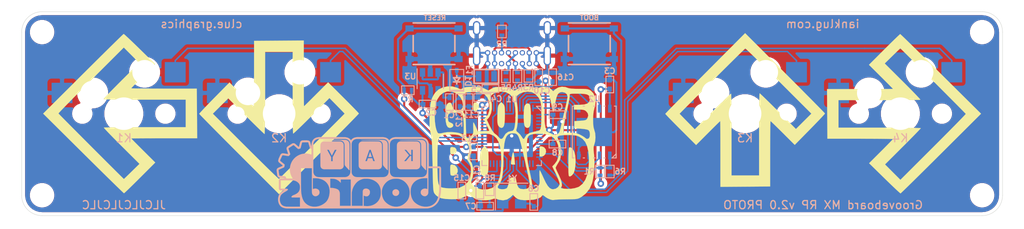
<source format=kicad_pcb>
(kicad_pcb (version 20171130) (host pcbnew "(5.1.5)-3")
  (layers (0 F.Cu signal) (31 B.Cu signal) (34 B.Paste user) (35 F.Paste user) (36 B.SilkS user) (37 F.SilkS user hide) (38 B.Mask user) (39 F.Mask user) (44 Edge.Cuts user))
  (net 0 "")
  (net 1 GND)
  (net 2 "Net-(F1-Pad2)")
  (net 3 "Net-(J1-PadA5)")
  (net 4 "Net-(J1-PadB5)")
  (net 5 D-)
  (net 6 D+)
  (net 7 VREG_VIN)
  (net 8 VREG_VOUT)
  (net 9 XIN)
  (net 10 QSPI_SS)
  (net 11 "Net-(R4-Pad2)")
  (net 12 "Net-(R5-Pad2)")
  (net 13 "Net-(R6-Pad1)")
  (net 14 "Net-(R7-Pad1)")
  (net 15 XOUT)
  (net 16 QSPI_1)
  (net 17 QSPI_2)
  (net 18 QSPI_0)
  (net 19 QSPI_SCLK)
  (net 20 QSPI_3)
  (net 21 "Net-(C7-Pad1)")
  (net 22 "Net-(D1-Pad2)")
  (net 23 +5V)
  (net 24 K1)
  (net 25 K2)
  (net 26 K3)
  (net 27 K4)
  (module keyswitches:Kailh_socket_MX (layer F.Cu) (at 127.5 32.5)
    (fp_text reference K4 (at 0 3) (layer B.SilkS) (effects (justify mirror)))
    (fp_text value MX-NoLED)
    (pad 2 smd rect (at -7.56 -2.54) (size 2.55 2.5) (layers B.Cu B.Paste B.Mask) (net 1 GND))
    (pad "" np_thru_hole circle (at -5.08 0) (size 1.7018 1.7018) (drill 1.7018) (layers *.Cu *.Mask))
    (pad "" np_thru_hole circle (at 5.08 0) (size 1.7018 1.7018) (drill 1.7018) (layers *.Cu *.Mask))
    (pad "" np_thru_hole circle (at 0 0) (size 3.9878 3.9878) (drill 3.9878) (layers *.Cu *.Mask))
    (pad "" np_thru_hole circle (at -3.81 -2.54) (size 3 3) (drill 3) (layers *.Cu *.Mask))
    (pad "" np_thru_hole circle (at 2.54 -5.08) (size 3 3) (drill 3) (layers *.Cu *.Mask))
    (pad 1 smd rect (at 6.29 -5.08) (size 2.55 2.5) (layers B.Cu B.Paste B.Mask) (net 27 K4))
  )
  (module keyswitches:Kailh_socket_MX (layer F.Cu) (at 108.5 32.5)
    (fp_text reference K3 (at 0 3) (layer B.SilkS) (effects (justify mirror)))
    (fp_text value MX-NoLED)
    (pad 2 smd rect (at -7.56 -2.54) (size 2.55 2.5) (layers B.Cu B.Paste B.Mask) (net 1 GND))
    (pad "" np_thru_hole circle (at -5.08 0) (size 1.7018 1.7018) (drill 1.7018) (layers *.Cu *.Mask))
    (pad "" np_thru_hole circle (at 5.08 0) (size 1.7018 1.7018) (drill 1.7018) (layers *.Cu *.Mask))
    (pad "" np_thru_hole circle (at 0 0) (size 3.9878 3.9878) (drill 3.9878) (layers *.Cu *.Mask))
    (pad "" np_thru_hole circle (at -3.81 -2.54) (size 3 3) (drill 3) (layers *.Cu *.Mask))
    (pad "" np_thru_hole circle (at 2.54 -5.08) (size 3 3) (drill 3) (layers *.Cu *.Mask))
    (pad 1 smd rect (at 6.29 -5.08) (size 2.55 2.5) (layers B.Cu B.Paste B.Mask) (net 26 K3))
  )
  (module keyswitches:Kailh_socket_MX (layer F.Cu) (at 51.5 32.5)
    (fp_text reference K2 (at 0 3) (layer B.SilkS) (effects (justify mirror)))
    (fp_text value MX-NoLED)
    (pad 2 smd rect (at -7.56 -2.54) (size 2.55 2.5) (layers B.Cu B.Paste B.Mask) (net 1 GND))
    (pad "" np_thru_hole circle (at -5.08 0) (size 1.7018 1.7018) (drill 1.7018) (layers *.Cu *.Mask))
    (pad "" np_thru_hole circle (at 5.08 0) (size 1.7018 1.7018) (drill 1.7018) (layers *.Cu *.Mask))
    (pad "" np_thru_hole circle (at 0 0) (size 3.9878 3.9878) (drill 3.9878) (layers *.Cu *.Mask))
    (pad "" np_thru_hole circle (at -3.81 -2.54) (size 3 3) (drill 3) (layers *.Cu *.Mask))
    (pad "" np_thru_hole circle (at 2.54 -5.08) (size 3 3) (drill 3) (layers *.Cu *.Mask))
    (pad 1 smd rect (at 6.29 -5.08) (size 2.55 2.5) (layers B.Cu B.Paste B.Mask) (net 25 K2))
  )
  (module keyswitches:Kailh_socket_MX (layer F.Cu) (at 32.5 32.5)
    (fp_text reference K1 (at 0 3 180) (layer B.SilkS) (effects (justify mirror)))
    (fp_text value MX-NoLED)
    (pad 2 smd rect (at -7.56 -2.54) (size 2.55 2.5) (layers B.Cu B.Paste B.Mask) (net 1 GND))
    (pad "" np_thru_hole circle (at -5.08 0) (size 1.7018 1.7018) (drill 1.7018) (layers *.Cu *.Mask))
    (pad "" np_thru_hole circle (at 5.08 0) (size 1.7018 1.7018) (drill 1.7018) (layers *.Cu *.Mask))
    (pad "" np_thru_hole circle (at 0 0) (size 3.9878 3.9878) (drill 3.9878) (layers *.Cu *.Mask))
    (pad "" np_thru_hole circle (at -3.81 -2.54) (size 3 3) (drill 3) (layers *.Cu *.Mask))
    (pad "" np_thru_hole circle (at 2.54 -5.08) (size 3 3) (drill 3) (layers *.Cu *.Mask))
    (pad 1 smd rect (at 6.29 -5.08) (size 2.55 2.5) (layers B.Cu B.Paste B.Mask) (net 24 K1))
  )
  (module grooveboard:kayboards-logo (layer B.Cu) (at 61.25 39.75 180)
    (fp_text reference G*** hide)
    (fp_text value LOGO hide)
  )
  (module grooveboard:left-arrow (layer F.Cu) (at 108.55 32.1 270)
    (fp_text reference G*** hide)
    (fp_text value LOGO hide)
  )
  (module grooveboard:left-arrow (layer F.Cu) (at 51.45 32.9 90)
    (fp_text reference G*** hide)
    (fp_text value LOGO hide)
  )
  (module grooveboard:left-arrow (layer F.Cu) (at 127.9 32.55 180)
    (fp_text reference G*** hide)
    (fp_text value LOGO hide)
  )
  (module grooveboard:left-arrow (layer F.Cu) (at 32.1 32.45)
    (fp_text reference G*** hide)
    (fp_text value LOGO hide)
  )
  (module grooveboard:grooveboard-logo (layer F.Cu) (at 79.95 36.2)
    (fp_text reference G*** hide)
    (fp_text value LOGO hide)
  )
  (module Keebio-Parts:C_0402 (layer B.Cu) (at 75.3 37.125 270)
    (fp_text reference C13 (at -1.575 0.5) (layer B.SilkS) (effects (font (size 0.7 0.7)) (justify mirror)))
    (fp_text value 100nF)
    (pad 1 smd rect (at -0.55 0 270) (size 0.6 0.5) (layers B.Cu B.Paste B.Mask) (net 7 VREG_VIN))
    (pad 2 smd rect (at 0.55 0 270) (size 0.6 0.5) (layers B.Cu B.Paste B.Mask) (net 1 GND))
  )
  (module Keebio-Parts:C_0402 (layer B.Cu) (at 76.35 30.525 180)
    (fp_text reference C4 (at -1.75 -0.15) (layer B.SilkS) (effects (font (size 0.7 0.7)) (justify mirror)))
    (fp_text value 1uF)
    (pad 1 smd rect (at -0.55 0 180) (size 0.6 0.5) (layers B.Cu B.Paste B.Mask) (net 7 VREG_VIN))
    (pad 2 smd rect (at 0.55 0 180) (size 0.6 0.5) (layers B.Cu B.Paste B.Mask) (net 1 GND))
  )
  (module rp2040:RP2040 (layer B.Cu) (at 79.95 35.225 180)
    (fp_text reference U1 (at -0.009 4.5) (layer B.SilkS) (effects (font (size 0.7 0.7)) (justify mirror)))
    (fp_text value RP2040 hide)
    (pad 1 smd rect (at -3.4036 2.6 90) (size 0.1778 0.8128) (layers B.Cu B.Paste B.Mask) (net 7 VREG_VIN))
    (pad 2 smd rect (at -3.4036 2.200001 90) (size 0.1778 0.8128) (layers B.Cu B.Paste B.Mask))
    (pad 3 smd rect (at -3.4036 1.799999 90) (size 0.1778 0.8128) (layers B.Cu B.Paste B.Mask))
    (pad 4 smd rect (at -3.4036 1.4 90) (size 0.1778 0.8128) (layers B.Cu B.Paste B.Mask))
    (pad 5 smd rect (at -3.4036 1.000001 90) (size 0.1778 0.8128) (layers B.Cu B.Paste B.Mask))
    (pad 6 smd rect (at -3.4036 0.599999 90) (size 0.1778 0.8128) (layers B.Cu B.Paste B.Mask))
    (pad 7 smd rect (at -3.4036 0.2 90) (size 0.1778 0.8128) (layers B.Cu B.Paste B.Mask))
    (pad 8 smd rect (at -3.4036 -0.2 90) (size 0.1778 0.8128) (layers B.Cu B.Paste B.Mask))
    (pad 9 smd rect (at -3.4036 -0.599999 90) (size 0.1778 0.8128) (layers B.Cu B.Paste B.Mask))
    (pad 10 smd rect (at -3.4036 -1.000001 90) (size 0.1778 0.8128) (layers B.Cu B.Paste B.Mask) (net 7 VREG_VIN))
    (pad 11 smd rect (at -3.4036 -1.4 90) (size 0.1778 0.8128) (layers B.Cu B.Paste B.Mask))
    (pad 12 smd rect (at -3.4036 -1.799999 90) (size 0.1778 0.8128) (layers B.Cu B.Paste B.Mask))
    (pad 13 smd rect (at -3.4036 -2.200001 90) (size 0.1778 0.8128) (layers B.Cu B.Paste B.Mask) (net 27 K4))
    (pad 14 smd rect (at -3.4036 -2.6 90) (size 0.1778 0.8128) (layers B.Cu B.Paste B.Mask) (net 26 K3))
    (pad 15 smd rect (at -2.6 -3.4036 180) (size 0.1778 0.8128) (layers B.Cu B.Paste B.Mask))
    (pad 16 smd rect (at -2.200001 -3.4036 180) (size 0.1778 0.8128) (layers B.Cu B.Paste B.Mask))
    (pad 17 smd rect (at -1.799999 -3.4036 180) (size 0.1778 0.8128) (layers B.Cu B.Paste B.Mask))
    (pad 18 smd rect (at -1.4 -3.4036 180) (size 0.1778 0.8128) (layers B.Cu B.Paste B.Mask))
    (pad 19 smd rect (at -1.000001 -3.4036 180) (size 0.1778 0.8128) (layers B.Cu B.Paste B.Mask) (net 1 GND))
    (pad 20 smd rect (at -0.599999 -3.4036 180) (size 0.1778 0.8128) (layers B.Cu B.Paste B.Mask) (net 9 XIN))
    (pad 21 smd rect (at -0.2 -3.4036 180) (size 0.1778 0.8128) (layers B.Cu B.Paste B.Mask) (net 15 XOUT))
    (pad 22 smd rect (at 0.2 -3.4036 180) (size 0.1778 0.8128) (layers B.Cu B.Paste B.Mask) (net 7 VREG_VIN))
    (pad 23 smd rect (at 0.599999 -3.4036 180) (size 0.1778 0.8128) (layers B.Cu B.Paste B.Mask) (net 8 VREG_VOUT))
    (pad 24 smd rect (at 1.000001 -3.4036 180) (size 0.1778 0.8128) (layers B.Cu B.Paste B.Mask))
    (pad 25 smd rect (at 1.4 -3.4036 180) (size 0.1778 0.8128) (layers B.Cu B.Paste B.Mask))
    (pad 26 smd rect (at 1.799999 -3.4036 180) (size 0.1778 0.8128) (layers B.Cu B.Paste B.Mask) (net 14 "Net-(R7-Pad1)"))
    (pad 27 smd rect (at 2.200001 -3.4036 180) (size 0.1778 0.8128) (layers B.Cu B.Paste B.Mask))
    (pad 28 smd rect (at 2.6 -3.4036 180) (size 0.1778 0.8128) (layers B.Cu B.Paste B.Mask))
    (pad 29 smd rect (at 3.4036 -2.6 90) (size 0.1778 0.8128) (layers B.Cu B.Paste B.Mask))
    (pad 30 smd rect (at 3.4036 -2.200001 90) (size 0.1778 0.8128) (layers B.Cu B.Paste B.Mask))
    (pad 31 smd rect (at 3.4036 -1.799999 90) (size 0.1778 0.8128) (layers B.Cu B.Paste B.Mask))
    (pad 32 smd rect (at 3.4036 -1.4 90) (size 0.1778 0.8128) (layers B.Cu B.Paste B.Mask))
    (pad 33 smd rect (at 3.4036 -1.000001 90) (size 0.1778 0.8128) (layers B.Cu B.Paste B.Mask) (net 7 VREG_VIN))
    (pad 34 smd rect (at 3.4036 -0.599999 90) (size 0.1778 0.8128) (layers B.Cu B.Paste B.Mask) (net 25 K2))
    (pad 35 smd rect (at 3.4036 -0.2 90) (size 0.1778 0.8128) (layers B.Cu B.Paste B.Mask) (net 24 K1))
    (pad 36 smd rect (at 3.4036 0.2 90) (size 0.1778 0.8128) (layers B.Cu B.Paste B.Mask))
    (pad 37 smd rect (at 3.4036 0.599999 90) (size 0.1778 0.8128) (layers B.Cu B.Paste B.Mask))
    (pad 38 smd rect (at 3.4036 1.000001 90) (size 0.1778 0.8128) (layers B.Cu B.Paste B.Mask))
    (pad 39 smd rect (at 3.4036 1.4 90) (size 0.1778 0.8128) (layers B.Cu B.Paste B.Mask))
    (pad 40 smd rect (at 3.4036 1.799999 90) (size 0.1778 0.8128) (layers B.Cu B.Paste B.Mask))
    (pad 41 smd rect (at 3.4036 2.200001 90) (size 0.1778 0.8128) (layers B.Cu B.Paste B.Mask))
    (pad 42 smd rect (at 3.4036 2.6 90) (size 0.1778 0.8128) (layers B.Cu B.Paste B.Mask) (net 7 VREG_VIN))
    (pad 43 smd rect (at 2.6 3.4036 180) (size 0.1778 0.8128) (layers B.Cu B.Paste B.Mask) (net 7 VREG_VIN))
    (pad 44 smd rect (at 2.200001 3.4036 180) (size 0.1778 0.8128) (layers B.Cu B.Paste B.Mask) (net 7 VREG_VIN))
    (pad 45 smd rect (at 1.799999 3.4036 180) (size 0.1778 0.8128) (layers B.Cu B.Paste B.Mask) (net 8 VREG_VOUT))
    (pad 46 smd rect (at 1.4 3.4036 180) (size 0.1778 0.8128) (layers B.Cu B.Paste B.Mask) (net 12 "Net-(R5-Pad2)"))
    (pad 47 smd rect (at 1.000001 3.4036 180) (size 0.1778 0.8128) (layers B.Cu B.Paste B.Mask) (net 11 "Net-(R4-Pad2)"))
    (pad 48 smd rect (at 0.599999 3.4036 180) (size 0.1778 0.8128) (layers B.Cu B.Paste B.Mask) (net 7 VREG_VIN))
    (pad 49 smd rect (at 0.2 3.4036 180) (size 0.1778 0.8128) (layers B.Cu B.Paste B.Mask) (net 7 VREG_VIN))
    (pad 50 smd rect (at -0.2 3.4036 180) (size 0.1778 0.8128) (layers B.Cu B.Paste B.Mask) (net 8 VREG_VOUT))
    (pad 51 smd rect (at -0.599999 3.4036 180) (size 0.1778 0.8128) (layers B.Cu B.Paste B.Mask) (net 20 QSPI_3))
    (pad 52 smd rect (at -1.000001 3.4036 180) (size 0.1778 0.8128) (layers B.Cu B.Paste B.Mask) (net 19 QSPI_SCLK))
    (pad 53 smd rect (at -1.4 3.4036 180) (size 0.1778 0.8128) (layers B.Cu B.Paste B.Mask) (net 18 QSPI_0))
    (pad 54 smd rect (at -1.799999 3.4036 180) (size 0.1778 0.8128) (layers B.Cu B.Paste B.Mask) (net 17 QSPI_2))
    (pad 55 smd rect (at -2.200001 3.4036 180) (size 0.1778 0.8128) (layers B.Cu B.Paste B.Mask) (net 16 QSPI_1))
    (pad 56 smd rect (at -2.6 3.4036 180) (size 0.1778 0.8128) (layers B.Cu B.Paste B.Mask) (net 10 QSPI_SS))
    (pad 57 smd rect (at 0 0 180) (size 3.2004 3.2004) (layers B.Cu B.Mask) (net 1 GND))
  )
  (module Keebio-Parts:R_0402 (layer B.Cu) (at 90.754 39.5955 90)
    (fp_text reference R1 (at 0.006 -1.304 180) (layer B.SilkS) (effects (font (size 0.7 0.7)) (justify mirror)))
    (fp_text value DNP)
    (pad 1 smd rect (at -0.45 0 90) (size 0.4 0.6) (layers B.Cu B.Paste B.Mask) (net 7 VREG_VIN))
    (pad 2 smd rect (at 0.45 0 90) (size 0.4 0.6) (layers B.Cu B.Paste B.Mask) (net 10 QSPI_SS))
  )
  (module Keebio-Parts:D_SOD-323 (layer B.Cu) (at 73.228 28.223 90)
    (fp_text reference D1 (at -0.252 1.372 -90 unlocked) (layer B.SilkS) (effects (font (size 0.7 0.7)) (justify mirror)))
    (fp_text value "20V 1A")
    (pad 1 smd rect (at -1.05 0 90) (size 0.6 0.45) (layers B.Cu B.Paste B.Mask) (net 23 +5V))
    (pad 2 smd rect (at 1.05 0 90) (size 0.6 0.45) (layers B.Cu B.Paste B.Mask) (net 22 "Net-(D1-Pad2)"))
  )
  (module Package_TO_SOT_SMD:SOT-23-5 (layer B.Cu) (at 69.9895 28.5405 270)
    (fp_text reference U3 (at -0.6155 2.4395) (layer B.SilkS) (effects (font (size 0.7 0.7)) (justify mirror)))
    (fp_text value AP2112K-3.3)
    (pad 5 smd rect (at 1.1 0.95 270) (size 1.06 0.65) (layers B.Cu B.Paste B.Mask) (net 7 VREG_VIN))
    (pad 4 smd rect (at 1.1 -0.95 270) (size 1.06 0.65) (layers B.Cu B.Paste B.Mask))
    (pad 3 smd rect (at -1.1 -0.95 270) (size 1.06 0.65) (layers B.Cu B.Paste B.Mask) (net 23 +5V))
    (pad 2 smd rect (at -1.1 0 270) (size 1.06 0.65) (layers B.Cu B.Paste B.Mask) (net 1 GND))
    (pad 1 smd rect (at -1.1 0.95 270) (size 1.06 0.65) (layers B.Cu B.Paste B.Mask) (net 23 +5V))
  )
  (module winbond:W25Q128JVPIQ (layer B.Cu) (at 90.05 34.75 90)
    (fp_text reference U2 (at 4.05 0) (layer B.SilkS) (effects (font (size 0.7 0.7)) (justify mirror)))
    (fp_text value W25Q128JV hide)
    (pad 9 smd rect (at 0 0 90) (size 3.4544 4.3434) (layers B.Cu B.Paste B.Mask))
    (pad 8 smd rect (at 2.8702 1.905 90) (size 0.9652 0.4318) (layers B.Cu B.Paste B.Mask) (net 7 VREG_VIN))
    (pad 7 smd rect (at 2.8702 0.635 90) (size 0.9652 0.4318) (layers B.Cu B.Paste B.Mask) (net 20 QSPI_3))
    (pad 6 smd rect (at 2.8702 -0.635 90) (size 0.9652 0.4318) (layers B.Cu B.Paste B.Mask) (net 19 QSPI_SCLK))
    (pad 5 smd rect (at 2.8702 -1.905 90) (size 0.9652 0.4318) (layers B.Cu B.Paste B.Mask) (net 18 QSPI_0))
    (pad 4 smd rect (at -2.8702 -1.905 90) (size 0.9652 0.4318) (layers B.Cu B.Paste B.Mask) (net 1 GND))
    (pad 3 smd rect (at -2.8702 -0.635 90) (size 0.9652 0.4318) (layers B.Cu B.Paste B.Mask) (net 17 QSPI_2))
    (pad 2 smd rect (at -2.8702 0.635 90) (size 0.9652 0.4318) (layers B.Cu B.Paste B.Mask) (net 16 QSPI_1))
    (pad 1 smd rect (at -2.8702 1.905 90) (size 0.9652 0.4318) (layers B.Cu B.Paste B.Mask) (net 10 QSPI_SS))
  )
  (module Keebio-Parts:C_0402 (layer B.Cu) (at 85.55 36.225)
    (fp_text reference C8 (at 0 1.05) (layer B.SilkS) (effects (font (size 0.7 0.7)) (justify mirror)))
    (fp_text value 100nF)
    (pad 1 smd rect (at -0.55 0) (size 0.6 0.5) (layers B.Cu B.Paste B.Mask) (net 7 VREG_VIN))
    (pad 2 smd rect (at 0.55 0) (size 0.6 0.5) (layers B.Cu B.Paste B.Mask) (net 1 GND))
  )
  (module Keebio-Parts:C_0402 (layer B.Cu) (at 91.95 28.925 90)
    (fp_text reference C3 (at 1.65 0) (layer B.SilkS) (effects (font (size 0.7 0.7)) (justify mirror)))
    (fp_text value 100nF)
    (pad 1 smd rect (at -0.55 0 90) (size 0.6 0.5) (layers B.Cu B.Paste B.Mask) (net 7 VREG_VIN))
    (pad 2 smd rect (at 0.55 0 90) (size 0.6 0.5) (layers B.Cu B.Paste B.Mask) (net 1 GND))
  )
  (module kicad-open-modules:TS-1187A-B-A-B (layer B.Cu) (at 89.45 23.925)
    (fp_text reference SW1 hide)
    (fp_text value BOOT)
    (pad 2 smd rect (at -3 -1.875) (size 1 0.75) (layers B.Cu B.Paste B.Mask) (net 13 "Net-(R6-Pad1)"))
    (pad 2 smd rect (at 3 -1.875) (size 1 0.75) (layers B.Cu B.Paste B.Mask) (net 13 "Net-(R6-Pad1)"))
    (pad 1 smd rect (at 3 1.875) (size 1 0.75) (layers B.Cu B.Paste B.Mask) (net 1 GND))
    (pad 1 smd rect (at -3 1.875) (size 1 0.75) (layers B.Cu B.Paste B.Mask) (net 1 GND))
  )
  (module Keebio-Parts:Crystal_SMD_3225-4pin_3.2x2.5mm (layer B.Cu) (at 79.95 42.675)
    (fp_text reference Y1 (at 0 -2.25) (layer B.SilkS) (effects (font (size 0.7 0.7)) (justify mirror)))
    (fp_text value 12MHz)
    (pad 4 smd rect (at -1.1 0.85) (size 1.4 1.2) (layers B.Cu B.Paste B.Mask) (net 1 GND))
    (pad 3 smd rect (at 1.1 0.85) (size 1.4 1.2) (layers B.Cu B.Paste B.Mask) (net 9 XIN))
    (pad 2 smd rect (at 1.1 -0.85) (size 1.4 1.2) (layers B.Cu B.Paste B.Mask) (net 1 GND))
    (pad 1 smd rect (at -1.1 -0.85) (size 1.4 1.2) (layers B.Cu B.Paste B.Mask) (net 21 "Net-(C7-Pad1)"))
  )
  (module Keebio-Parts:C_0402 (layer B.Cu) (at 69.65 31.325)
    (fp_text reference C2 (at 0.45 1.05) (layer B.SilkS) (effects (font (size 0.7 0.7)) (justify mirror)))
    (fp_text value 10uF)
    (pad 1 smd rect (at -0.55 0) (size 0.6 0.5) (layers B.Cu B.Paste B.Mask) (net 7 VREG_VIN))
    (pad 2 smd rect (at 0.55 0) (size 0.6 0.5) (layers B.Cu B.Paste B.Mask) (net 1 GND))
  )
  (module Keebio-Parts:C_0402 (layer B.Cu) (at 72.339 31.0805 270)
    (fp_text reference C1 (at 1.5945 0.039 180) (layer B.SilkS) (effects (font (size 0.7 0.7)) (justify mirror)))
    (fp_text value 10uF)
    (pad 1 smd rect (at -0.55 0 270) (size 0.6 0.5) (layers B.Cu B.Paste B.Mask) (net 23 +5V))
    (pad 2 smd rect (at 0.55 0 270) (size 0.6 0.5) (layers B.Cu B.Paste B.Mask) (net 1 GND))
  )
  (module Type-C:USB_C_GCT_USB4085 (layer F.Cu) (at 79.985 20.262 180)
    (fp_text reference J1 hide)
    (fp_text value USB_C_Receptacle_USB2.0)
    (pad S1 thru_hole oval (at 4.325 -1.74 180) (size 0.9 1.7) (drill oval 0.6 1.4) (layers *.Cu *.Mask) (net 1 GND))
    (pad S1 thru_hole oval (at -4.325 -1.74 180) (size 0.9 1.7) (drill oval 0.6 1.4) (layers *.Cu *.Mask) (net 1 GND))
    (pad S1 thru_hole oval (at 4.325 -5.12 180) (size 0.9 2.4) (drill oval 0.6 2.1) (layers *.Cu *.Mask) (net 1 GND))
    (pad S1 thru_hole oval (at -4.325 -5.12 180) (size 0.9 2.4) (drill oval 0.6 2.1) (layers *.Cu *.Mask) (net 1 GND))
    (pad B1 thru_hole circle (at 2.98 -4.775 180) (size 0.65 0.65) (drill 0.4) (layers *.Cu *.Mask) (net 1 GND))
    (pad B4 thru_hole circle (at 2.13 -4.775 180) (size 0.65 0.65) (drill 0.4) (layers *.Cu *.Mask) (net 2 "Net-(F1-Pad2)"))
    (pad B5 thru_hole circle (at 1.28 -4.775 180) (size 0.65 0.65) (drill 0.4) (layers *.Cu *.Mask) (net 4 "Net-(J1-PadB5)"))
    (pad B6 thru_hole circle (at 0.43 -4.775 180) (size 0.65 0.65) (drill 0.4) (layers *.Cu *.Mask) (net 6 D+))
    (pad B7 thru_hole circle (at -0.42 -4.775 180) (size 0.65 0.65) (drill 0.4) (layers *.Cu *.Mask) (net 5 D-))
    (pad B8 thru_hole circle (at -1.27 -4.775 180) (size 0.65 0.65) (drill 0.4) (layers *.Cu *.Mask))
    (pad B9 thru_hole circle (at -2.12 -4.775 180) (size 0.65 0.65) (drill 0.4) (layers *.Cu *.Mask) (net 2 "Net-(F1-Pad2)"))
    (pad B12 thru_hole circle (at -2.975 -4.775 180) (size 0.65 0.65) (drill 0.4) (layers *.Cu *.Mask) (net 1 GND))
    (pad A12 thru_hole circle (at 2.975 -6.1 180) (size 0.65 0.65) (drill 0.4) (layers *.Cu *.Mask) (net 1 GND))
    (pad A9 thru_hole circle (at 2.125 -6.1 180) (size 0.65 0.65) (drill 0.4) (layers *.Cu *.Mask) (net 2 "Net-(F1-Pad2)"))
    (pad A8 thru_hole circle (at 1.275 -6.1 180) (size 0.65 0.65) (drill 0.4) (layers *.Cu *.Mask))
    (pad A7 thru_hole circle (at 0.425 -6.1 180) (size 0.65 0.65) (drill 0.4) (layers *.Cu *.Mask) (net 5 D-))
    (pad A6 thru_hole circle (at -0.425 -6.1 180) (size 0.65 0.65) (drill 0.4) (layers *.Cu *.Mask) (net 6 D+))
    (pad A4 thru_hole circle (at -2.125 -6.1 180) (size 0.65 0.65) (drill 0.4) (layers *.Cu *.Mask) (net 2 "Net-(F1-Pad2)"))
    (pad A1 thru_hole circle (at -2.975 -6.1 180) (size 0.65 0.65) (drill 0.4) (layers *.Cu *.Mask) (net 1 GND))
    (pad A5 thru_hole circle (at -1.275 -6.1 180) (size 0.65 0.65) (drill 0.4) (layers *.Cu *.Mask) (net 3 "Net-(J1-PadA5)"))
  )
  (module Keebio-Parts:C_0402 (layer B.Cu) (at 76.7 43.85 180)
    (fp_text reference C7 (at 1.75 0 180) (layer B.SilkS) (effects (font (size 0.7 0.7)) (justify mirror)))
    (fp_text value 10pF)
    (pad 2 smd rect (at 0.55 0 180) (size 0.6 0.5) (layers B.Cu B.Paste B.Mask) (net 1 GND))
    (pad 1 smd rect (at -0.55 0 180) (size 0.6 0.5) (layers B.Cu B.Paste B.Mask) (net 21 "Net-(C7-Pad1)"))
  )
  (module Keebio-Parts:R_0402 (layer B.Cu) (at 82 27.875 90)
    (fp_text reference R3 (at -1.4 0) (layer B.SilkS) (effects (font (size 0.7 0.7)) (justify mirror)))
    (fp_text value 5.1k)
    (pad 1 smd rect (at -0.45 0 90) (size 0.4 0.6) (layers B.Cu B.Paste B.Mask) (net 1 GND))
    (pad 2 smd rect (at 0.45 0 90) (size 0.4 0.6) (layers B.Cu B.Paste B.Mask) (net 3 "Net-(J1-PadA5)"))
  )
  (module Keebio-Parts:R_0402 (layer B.Cu) (at 78.75 22.425 270)
    (fp_text reference R2 (at 1.55 0) (layer B.SilkS) (effects (font (size 0.7 0.7)) (justify mirror)))
    (fp_text value 5.1k)
    (pad 1 smd rect (at -0.45 0 270) (size 0.4 0.6) (layers B.Cu B.Paste B.Mask) (net 1 GND))
    (pad 2 smd rect (at 0.45 0 270) (size 0.4 0.6) (layers B.Cu B.Paste B.Mask) (net 4 "Net-(J1-PadB5)"))
  )
  (module Keebio-Parts:R_0402 (layer B.Cu) (at 77.25 41.775 270)
    (fp_text reference R8 (at -1.4 -0.042) (layer B.SilkS) (effects (font (size 0.7 0.7)) (justify mirror)))
    (fp_text value 1k)
    (pad 2 smd rect (at 0.45 0 270) (size 0.4 0.6) (layers B.Cu B.Paste B.Mask) (net 21 "Net-(C7-Pad1)"))
    (pad 1 smd rect (at -0.45 0 270) (size 0.4 0.6) (layers B.Cu B.Paste B.Mask) (net 15 XOUT))
  )
  (module Keebio-Parts:R_0402 (layer B.Cu) (at 79.25 27.925 270)
    (fp_text reference R5 (at 1.4 0) (layer B.SilkS) (effects (font (size 0.7 0.7)) (justify mirror)))
    (fp_text value 27)
    (pad 1 smd rect (at -0.45 0 270) (size 0.4 0.6) (layers B.Cu B.Paste B.Mask) (net 5 D-))
    (pad 2 smd rect (at 0.45 0 270) (size 0.4 0.6) (layers B.Cu B.Paste B.Mask) (net 12 "Net-(R5-Pad2)"))
  )
  (module Keebio-Parts:Fuse_0805 (layer B.Cu) (at 76.85 27.925)
    (fp_text reference F1 (at -2.05 -0.75 90 unlocked) (layer B.SilkS) (effects (font (size 0.7 0.7)) (justify mirror)))
    (fp_text value 500mA hide)
    (pad 1 smd rect (at -0.95 0) (size 0.7 1.3) (layers B.Cu B.Paste B.Mask) (net 22 "Net-(D1-Pad2)") (clearance 0.1))
    (pad 2 smd rect (at 0.95 0) (size 0.7 1.3) (layers B.Cu B.Paste B.Mask) (net 2 "Net-(F1-Pad2)") (clearance 0.1))
  )
  (module Keebio-Parts:R_0402 (layer B.Cu) (at 91.95 39.5955 90)
    (fp_text reference R6 (at 0.006 1.2805) (layer B.SilkS) (effects (font (size 0.7 0.7)) (justify mirror)))
    (fp_text value 1k)
    (pad 1 smd rect (at -0.45 0 90) (size 0.4 0.6) (layers B.Cu B.Paste B.Mask) (net 13 "Net-(R6-Pad1)"))
    (pad 2 smd rect (at 0.45 0 90) (size 0.4 0.6) (layers B.Cu B.Paste B.Mask) (net 10 QSPI_SS))
  )
  (module Keebio-Parts:R_0402 (layer B.Cu) (at 67.25 29.625)
    (fp_text reference R7 (at 0 1.1) (layer B.SilkS) (effects (font (size 0.7 0.7)) (justify mirror)))
    (fp_text value 10k)
    (pad 1 smd rect (at -0.45 0) (size 0.4 0.6) (layers B.Cu B.Paste B.Mask) (net 14 "Net-(R7-Pad1)"))
    (pad 2 smd rect (at 0.45 0) (size 0.4 0.6) (layers B.Cu B.Paste B.Mask) (net 7 VREG_VIN))
  )
  (module Keebio-Parts:R_0402 (layer B.Cu) (at 80.65 27.925 270)
    (fp_text reference R4 (at 1.4 0) (layer B.SilkS) (effects (font (size 0.7 0.7)) (justify mirror)))
    (fp_text value 27)
    (pad 1 smd rect (at -0.45 0 270) (size 0.4 0.6) (layers B.Cu B.Paste B.Mask) (net 6 D+))
    (pad 2 smd rect (at 0.45 0 270) (size 0.4 0.6) (layers B.Cu B.Paste B.Mask) (net 11 "Net-(R4-Pad2)"))
  )
  (module Keebio-Parts:C_0402 (layer B.Cu) (at 84.95 28.025 90)
    (fp_text reference C16 (at 0 1.6) (layer B.SilkS) (effects (font (size 0.7 0.7)) (justify mirror)))
    (fp_text value 100nF)
    (pad 1 smd rect (at -0.55 0 90) (size 0.6 0.5) (layers B.Cu B.Paste B.Mask) (net 8 VREG_VOUT))
    (pad 2 smd rect (at 0.55 0 90) (size 0.6 0.5) (layers B.Cu B.Paste B.Mask) (net 1 GND))
  )
  (module Keebio-Parts:C_0402 (layer B.Cu) (at 73.85 41.925 270)
    (fp_text reference C15 (at -1.55 0) (layer B.SilkS) (effects (font (size 0.7 0.7)) (justify mirror)))
    (fp_text value 100nF)
    (pad 1 smd rect (at -0.55 0 270) (size 0.6 0.5) (layers B.Cu B.Paste B.Mask) (net 8 VREG_VOUT))
    (pad 2 smd rect (at 0.55 0 270) (size 0.6 0.5) (layers B.Cu B.Paste B.Mask) (net 1 GND))
  )
  (module Keebio-Parts:C_0402 (layer B.Cu) (at 76.05 41.925 270)
    (fp_text reference C14 (at -2.125 0.35 270) (layer B.SilkS) (effects (font (size 0.7 0.7)) (justify mirror)))
    (fp_text value 100nF)
    (pad 1 smd rect (at -0.55 0 270) (size 0.6 0.5) (layers B.Cu B.Paste B.Mask) (net 7 VREG_VIN))
    (pad 2 smd rect (at 0.55 0 270) (size 0.6 0.5) (layers B.Cu B.Paste B.Mask) (net 1 GND))
  )
  (module kicad-open-modules:TS-1187A-B-A-B (layer B.Cu) (at 70.45 23.925 180)
    (fp_text reference SW2 hide)
    (fp_text value RESET)
    (pad 2 smd rect (at -3 -1.875 180) (size 1 0.75) (layers B.Cu B.Paste B.Mask) (net 1 GND))
    (pad 2 smd rect (at 3 -1.875 180) (size 1 0.75) (layers B.Cu B.Paste B.Mask) (net 1 GND))
    (pad 1 smd rect (at 3 1.875 180) (size 1 0.75) (layers B.Cu B.Paste B.Mask) (net 14 "Net-(R7-Pad1)"))
    (pad 1 smd rect (at -3 1.875 180) (size 1 0.75) (layers B.Cu B.Paste B.Mask) (net 14 "Net-(R7-Pad1)"))
  )
  (module Keebio-Parts:C_0402 (layer B.Cu) (at 85.55 32.625)
    (fp_text reference C9 (at 0 -0.95) (layer B.SilkS) (effects (font (size 0.7 0.7)) (justify mirror)))
    (fp_text value 100nF)
    (pad 1 smd rect (at -0.55 0) (size 0.6 0.5) (layers B.Cu B.Paste B.Mask) (net 7 VREG_VIN))
    (pad 2 smd rect (at 0.55 0) (size 0.6 0.5) (layers B.Cu B.Paste B.Mask) (net 1 GND))
  )
  (module Keebio-Parts:C_0402 (layer B.Cu) (at 77.35 29.425 180)
    (fp_text reference C5 (at 1.7 -0.05) (layer B.SilkS) (effects (font (size 0.7 0.7)) (justify mirror)))
    (fp_text value 1uF)
    (pad 1 smd rect (at -0.55 0 180) (size 0.6 0.5) (layers B.Cu B.Paste B.Mask) (net 8 VREG_VOUT))
    (pad 2 smd rect (at 0.55 0 180) (size 0.6 0.5) (layers B.Cu B.Paste B.Mask) (net 1 GND))
  )
  (module Keebio-Parts:C_0402 (layer B.Cu) (at 83.25 28.025 90)
    (fp_text reference C10 (at -1.65 0.4) (layer B.SilkS) (effects (font (size 0.7 0.7)) (justify mirror)))
    (fp_text value 100nF)
    (pad 1 smd rect (at -0.55 0 90) (size 0.6 0.5) (layers B.Cu B.Paste B.Mask) (net 7 VREG_VIN))
    (pad 2 smd rect (at 0.55 0 90) (size 0.6 0.5) (layers B.Cu B.Paste B.Mask) (net 1 GND))
  )
  (module Keebio-Parts:C_0402 (layer B.Cu) (at 74.7 31.075 90)
    (fp_text reference C11 (at -1.55 0.306) (layer B.SilkS) (effects (font (size 0.7 0.7)) (justify mirror)))
    (fp_text value 100nF)
    (pad 1 smd rect (at -0.55 0 90) (size 0.6 0.5) (layers B.Cu B.Paste B.Mask) (net 7 VREG_VIN))
    (pad 2 smd rect (at 0.55 0 90) (size 0.6 0.5) (layers B.Cu B.Paste B.Mask) (net 1 GND))
  )
  (module Keebio-Parts:C_0402 (layer B.Cu) (at 82.65 43.325 90)
    (fp_text reference C6 (at 1.64 -0.024) (layer B.SilkS) (effects (font (size 0.7 0.7)) (justify mirror)))
    (fp_text value 10pF)
    (pad 2 smd rect (at 0.55 0 90) (size 0.6 0.5) (layers B.Cu B.Paste B.Mask) (net 1 GND))
    (pad 1 smd rect (at -0.55 0 90) (size 0.6 0.5) (layers B.Cu B.Paste B.Mask) (net 9 XIN))
  )
  (module Keebio-Parts:C_0402 (layer B.Cu) (at 73.6 31.075 90)
    (fp_text reference C12 (at -2.075 -0.075 90) (layer B.SilkS) (effects (font (size 0.7 0.7)) (justify mirror)))
    (fp_text value 100nF)
    (pad 1 smd rect (at -0.55 0 90) (size 0.6 0.5) (layers B.Cu B.Paste B.Mask) (net 7 VREG_VIN))
    (pad 2 smd rect (at 0.55 0 90) (size 0.6 0.5) (layers B.Cu B.Paste B.Mask) (net 1 GND))
  )
  (module MountingHole:MountingHole_2.2mm_M2 (layer F.Cu) (at 22.5 42.5)
    (fp_text reference H3 hide)
    (fp_text value MountingHole)
    (pad 1 np_thru_hole circle (at 0 0) (size 2.2 2.2) (drill 2.2) (layers *.Cu *.Mask))
  )
  (module MountingHole:MountingHole_2.2mm_M2 (layer F.Cu) (at 137.5 42.5)
    (fp_text reference H4 hide)
    (fp_text value MountingHole)
    (pad 1 np_thru_hole circle (at 0 0) (size 2.2 2.2) (drill 2.2) (layers *.Cu *.Mask))
  )
  (module MountingHole:MountingHole_2.2mm_M2 (layer F.Cu) (at 137.5 22.5)
    (fp_text reference H2 hide)
    (fp_text value MountingHole)
    (pad 1 np_thru_hole circle (at 0 0) (size 2.2 2.2) (drill 2.2) (layers *.Cu *.Mask))
  )
  (module MountingHole:MountingHole_2.2mm_M2 (layer F.Cu) (at 22.5 22.5)
    (fp_text reference H1 hide)
    (fp_text value MountingHole)
    (pad 1 np_thru_hole circle (at 0 0) (size 2.2 2.2) (drill 2.2) (layers *.Cu *.Mask))
  )
  (gr_text JLCJLCJLCJLC (at 32.5 43.7) (layer B.SilkS) (effects (font (size 1 1)) (justify mirror)))
  (gr_text clue.graphics (at 42 21.5) (layer B.SilkS) (effects (font (size 1 1)) (justify mirror)))
  (gr_text ianklug.com (at 118 21.5) (layer B.SilkS) (effects (font (size 1 1)) (justify mirror)))
  (gr_arc (start 137.5 22.5) (end 140 22.5) (angle -90) (layer Edge.Cuts) (width 0.05))
  (gr_arc (start 137.5 42.5) (end 137.5 45) (angle -90) (layer Edge.Cuts) (width 0.05))
  (gr_arc (start 22.5 42.5) (end 20 42.5) (angle -90) (layer Edge.Cuts) (width 0.05))
  (gr_arc (start 22.5 22.5) (end 22.5 20) (angle -90) (layer Edge.Cuts) (width 0.05))
  (gr_text "Grooveboard MX RP v2.0 PROTO" (at 118.05 43.7) (layer B.SilkS) (effects (font (size 1 1)) (justify mirror)))
  (gr_line (start 137.5 20) (end 22.5 20) (layer Edge.Cuts) (width 0.05))
  (gr_line (start 140 42.5) (end 140 22.5) (layer Edge.Cuts) (width 0.05))
  (gr_line (start 22.5 45) (end 137.5 45) (layer Edge.Cuts) (width 0.05))
  (gr_line (start 20 22.5) (end 20 42.5) (layer Edge.Cuts) (width 0.05))
  (gr_text "RESET\n" (at 70.55 20.725) (layer B.SilkS) (effects (font (size 0.6 0.6)) (justify mirror)))
  (gr_text BOOT (at 89.45 20.725) (layer B.SilkS) (effects (font (size 0.6 0.6)) (justify mirror)))
  (via (at 79.95 35.225) (size 0.8) (drill 0.4) (layers F.Cu B.Cu) (net 1))
  (segment (start 77.01 25.042) (end 77.005 25.037) (width 0.25) (layer B.Cu) (net 1))
  (segment (start 77.01 26.362) (end 77.01 25.042) (width 0.25) (layer B.Cu) (net 1))
  (segment (start 76.005 25.037) (end 75.66 25.382) (width 0.25) (layer B.Cu) (net 1))
  (segment (start 77.005 25.037) (end 76.005 25.037) (width 0.25) (layer B.Cu) (net 1))
  (segment (start 82.96 26.362) (end 82.96 25.037) (width 0.25) (layer B.Cu) (net 1))
  (segment (start 83.965 25.037) (end 84.31 25.382) (width 0.25) (layer B.Cu) (net 1))
  (segment (start 82.96 25.037) (end 83.965 25.037) (width 0.25) (layer B.Cu) (net 1))
  (segment (start 88.145 36.68) (end 90.05 34.775) (width 0.25) (layer B.Cu) (net 1))
  (segment (start 88.145 37.6452) (end 88.145 36.68) (width 0.25) (layer B.Cu) (net 1))
  (segment (start 92.4717 34.775) (end 90.05 34.775) (width 0.25) (layer B.Cu) (net 1))
  (segment (start 92.75 28.675) (end 92.75 34.4967) (width 0.25) (layer B.Cu) (net 1))
  (segment (start 91.95 28.375) (end 92.45 28.375) (width 0.25) (layer B.Cu) (net 1))
  (segment (start 92.75 34.4967) (end 92.4717 34.775) (width 0.25) (layer B.Cu) (net 1))
  (segment (start 92.45 28.375) (end 92.75 28.675) (width 0.25) (layer B.Cu) (net 1))
  (segment (start 83.25 27.475) (end 82.4 28.325) (width 0.25) (layer B.Cu) (net 1))
  (segment (start 80.950001 36.225001) (end 79.95 35.225) (width 0.18) (layer B.Cu) (net 1))
  (segment (start 80.950001 38.6286) (end 80.950001 36.225001) (width 0.18) (layer B.Cu) (net 1))
  (segment (start 86.1 32.625) (end 86.1 33.125) (width 0.25) (layer B.Cu) (net 1))
  (segment (start 80.8 41.825) (end 81.05 41.825) (width 0.25) (layer B.Cu) (net 1))
  (segment (start 78.85 43.525) (end 79.1 43.525) (width 0.25) (layer B.Cu) (net 1))
  (segment (start 79.1 43.525) (end 80.8 41.825) (width 0.25) (layer B.Cu) (net 1))
  (segment (start 81.7 41.825) (end 82.65 42.775) (width 0.25) (layer B.Cu) (net 1))
  (segment (start 81.05 41.825) (end 81.7 41.825) (width 0.25) (layer B.Cu) (net 1))
  (segment (start 82.4 28.325) (end 82 28.325) (width 0.25) (layer B.Cu) (net 1))
  (segment (start 73.4445 30.525) (end 72.339 31.6305) (width 0.25) (layer B.Cu) (net 1))
  (segment (start 73.6 30.525) (end 73.4445 30.525) (width 0.25) (layer B.Cu) (net 1))
  (segment (start 77.01 29.215) (end 76.8 29.425) (width 0.25) (layer B.Cu) (net 1))
  (segment (start 77.01 26.362) (end 77.01 29.215) (width 0.25) (layer B.Cu) (net 1))
  (segment (start 84.45 27.475) (end 84.95 27.475) (width 0.25) (layer B.Cu) (net 1))
  (segment (start 84.31 27.335) (end 84.45 27.475) (width 0.25) (layer B.Cu) (net 1))
  (segment (start 84.31 25.382) (end 84.31 27.335) (width 0.25) (layer B.Cu) (net 1))
  (segment (start 84.17 27.475) (end 83.25 27.475) (width 0.25) (layer B.Cu) (net 1))
  (segment (start 84.31 27.335) (end 84.17 27.475) (width 0.25) (layer B.Cu) (net 1))
  (segment (start 75.8 30.525) (end 73.6 30.525) (width 0.25) (layer B.Cu) (net 1))
  (segment (start 76.8 29.525) (end 75.8 30.525) (width 0.25) (layer B.Cu) (net 1))
  (segment (start 76.8 29.425) (end 76.8 29.525) (width 0.25) (layer B.Cu) (net 1))
  (segment (start 86.1 33.625) (end 86.1 36.225) (width 0.25) (layer B.Cu) (net 1))
  (segment (start 86.1 33.125) (end 86.1 33.625) (width 0.25) (layer B.Cu) (net 1))
  (via (at 86.1 33.475) (size 0.8) (drill 0.4) (layers F.Cu B.Cu) (net 1))
  (segment (start 86.1 33.625) (end 86.1 33.475) (width 0.25) (layer B.Cu) (net 1))
  (segment (start 70.2 29.360998) (end 70.2 30.825) (width 0.25) (layer B.Cu) (net 1))
  (segment (start 69.624501 28.785499) (end 70.2 29.360998) (width 0.25) (layer B.Cu) (net 1))
  (segment (start 68.685499 28.785499) (end 69.624501 28.785499) (width 0.25) (layer B.Cu) (net 1))
  (segment (start 67.45 25.8) (end 67.45 27.55) (width 0.25) (layer B.Cu) (net 1))
  (segment (start 67.45 27.55) (end 68.685499 28.785499) (width 0.25) (layer B.Cu) (net 1))
  (segment (start 70.2 30.825) (end 70.2 31.325) (width 0.25) (layer B.Cu) (net 1))
  (via (at 74.4 37.875) (size 0.8) (drill 0.4) (layers F.Cu B.Cu) (net 1))
  (segment (start 74.6 37.675) (end 74.4 37.875) (width 0.25) (layer B.Cu) (net 1))
  (segment (start 75.3 37.675) (end 74.6 37.675) (width 0.25) (layer B.Cu) (net 1))
  (segment (start 76.05 43.75) (end 76.15 43.85) (width 0.25) (layer B.Cu) (net 1))
  (segment (start 76.05 42.475) (end 76.05 43.75) (width 0.25) (layer B.Cu) (net 1))
  (segment (start 78.85 44.375) (end 78.85 43.525) (width 0.25) (layer B.Cu) (net 1))
  (segment (start 78.799999 44.425001) (end 78.85 44.375) (width 0.25) (layer B.Cu) (net 1))
  (segment (start 76.15 44.35) (end 76.225001 44.425001) (width 0.25) (layer B.Cu) (net 1))
  (segment (start 76.225001 44.425001) (end 78.799999 44.425001) (width 0.25) (layer B.Cu) (net 1))
  (segment (start 76.15 43.85) (end 76.15 44.35) (width 0.25) (layer B.Cu) (net 1))
  (segment (start 77.855 24.577381) (end 77.855 25.037) (width 0.25) (layer F.Cu) (net 2))
  (segment (start 78.045382 24.386999) (end 77.855 24.577381) (width 0.25) (layer F.Cu) (net 2))
  (segment (start 81.914618 24.386999) (end 78.045382 24.386999) (width 0.25) (layer F.Cu) (net 2))
  (segment (start 82.105 24.577381) (end 81.914618 24.386999) (width 0.25) (layer F.Cu) (net 2))
  (segment (start 82.105 25.037) (end 82.105 24.577381) (width 0.25) (layer F.Cu) (net 2))
  (segment (start 82.105 26.357) (end 82.11 26.362) (width 0.25) (layer B.Cu) (net 2))
  (segment (start 82.105 25.037) (end 82.105 26.357) (width 0.25) (layer B.Cu) (net 2))
  (segment (start 77.855 26.357) (end 77.86 26.362) (width 0.25) (layer B.Cu) (net 2))
  (segment (start 77.855 25.037) (end 77.855 26.357) (width 0.25) (layer B.Cu) (net 2))
  (segment (start 77.86 27.865) (end 77.8 27.925) (width 0.25) (layer B.Cu) (net 2))
  (segment (start 77.86 26.362) (end 77.86 27.865) (width 0.25) (layer B.Cu) (net 2))
  (segment (start 81.26 26.685) (end 82 27.425) (width 0.25) (layer B.Cu) (net 3))
  (segment (start 81.26 26.362) (end 81.26 26.685) (width 0.25) (layer B.Cu) (net 3))
  (segment (start 78.75 24.992) (end 78.705 25.037) (width 0.25) (layer B.Cu) (net 4))
  (segment (start 78.75 22.875) (end 78.75 24.992) (width 0.25) (layer B.Cu) (net 4))
  (segment (start 79.56 26.115) (end 79.56 26.362) (width 0.25) (layer B.Cu) (net 5))
  (segment (start 80.405 25.037) (end 80.405 25.27) (width 0.25) (layer B.Cu) (net 5))
  (segment (start 80.405 25.27) (end 79.56 26.115) (width 0.25) (layer B.Cu) (net 5))
  (segment (start 79.56 27.165) (end 79.25 27.475) (width 0.25) (layer B.Cu) (net 5))
  (segment (start 79.56 26.362) (end 79.56 27.165) (width 0.25) (layer B.Cu) (net 5))
  (segment (start 80.41 26.185) (end 80.41 26.362) (width 0.25) (layer F.Cu) (net 6))
  (segment (start 79.555 25.037) (end 79.555 25.33) (width 0.25) (layer F.Cu) (net 6))
  (segment (start 79.555 25.33) (end 80.41 26.185) (width 0.25) (layer F.Cu) (net 6))
  (segment (start 80.41 26.362) (end 80.41 27.235) (width 0.25) (layer B.Cu) (net 6))
  (segment (start 80.41 27.235) (end 80.65 27.475) (width 0.25) (layer B.Cu) (net 6))
  (segment (start 91.95 31.8998) (end 91.955 31.9048) (width 0.25) (layer B.Cu) (net 7))
  (segment (start 91.95 29.475) (end 91.95 31.8998) (width 0.25) (layer B.Cu) (net 7))
  (segment (start 69.0395 31.2645) (end 69.1 31.325) (width 0.25) (layer B.Cu) (net 7))
  (segment (start 69.0395 29.6405) (end 69.0395 31.2645) (width 0.25) (layer B.Cu) (net 7))
  (segment (start 67.7 30.175) (end 67.7 29.625) (width 0.25) (layer B.Cu) (net 7))
  (segment (start 67.7 30.475) (end 67.7 30.175) (width 0.25) (layer B.Cu) (net 7))
  (segment (start 68.55 31.325) (end 67.7 30.475) (width 0.25) (layer B.Cu) (net 7))
  (segment (start 69.1 31.325) (end 68.55 31.325) (width 0.25) (layer B.Cu) (net 7))
  (segment (start 76.349998 31.990685) (end 76.349998 31.425) (width 0.25) (layer F.Cu) (net 7))
  (via (at 90.85 29.525) (size 0.8) (drill 0.4) (layers F.Cu B.Cu) (net 7))
  (segment (start 91.95 29.475) (end 90.9 29.475) (width 0.25) (layer B.Cu) (net 7))
  (segment (start 90.9 29.475) (end 90.85 29.525) (width 0.25) (layer B.Cu) (net 7))
  (segment (start 73.6 31.625) (end 74.7 31.625) (width 0.25) (layer B.Cu) (net 7))
  (segment (start 77.38 30.525) (end 77.35 30.555) (width 0.18) (layer B.Cu) (net 7))
  (segment (start 76.9 30.525) (end 77.38 30.525) (width 0.18) (layer B.Cu) (net 7))
  (segment (start 77.38 30.525) (end 77.749999 30.894999) (width 0.18) (layer B.Cu) (net 7))
  (segment (start 77.749999 31.235) (end 77.749999 31.8214) (width 0.18) (layer B.Cu) (net 7))
  (segment (start 77.749999 30.894999) (end 77.749999 31.235) (width 0.18) (layer B.Cu) (net 7))
  (segment (start 76.5464 31.621402) (end 76.349998 31.425) (width 0.18) (layer B.Cu) (net 7))
  (segment (start 76.5 31.425) (end 76.349998 31.425) (width 0.25) (layer B.Cu) (net 7))
  (segment (start 76.9 31.025) (end 76.5 31.425) (width 0.25) (layer B.Cu) (net 7))
  (segment (start 76.9 30.525) (end 76.9 31.025) (width 0.25) (layer B.Cu) (net 7))
  (segment (start 76.149998 31.625) (end 76.349998 31.425) (width 0.25) (layer B.Cu) (net 7))
  (segment (start 74.7 31.625) (end 76.149998 31.625) (width 0.25) (layer B.Cu) (net 7))
  (via (at 76.349998 31.425) (size 0.8) (drill 0.4) (layers F.Cu B.Cu) (net 7))
  (segment (start 77.0811 31.8214) (end 77.35 31.8214) (width 0.18) (layer B.Cu) (net 7))
  (segment (start 75.05 32.125) (end 76.7775 32.125) (width 0.18) (layer B.Cu) (net 7))
  (segment (start 74.7 31.625) (end 74.7 31.775) (width 0.18) (layer B.Cu) (net 7))
  (segment (start 76.7775 32.125) (end 77.0811 31.8214) (width 0.18) (layer B.Cu) (net 7))
  (segment (start 74.7 31.775) (end 75.05 32.125) (width 0.18) (layer B.Cu) (net 7))
  (segment (start 73.6 32.105) (end 73.6 31.625) (width 0.18) (layer B.Cu) (net 7))
  (segment (start 74.12 32.625) (end 73.6 32.105) (width 0.18) (layer B.Cu) (net 7))
  (segment (start 76.5464 32.625) (end 74.12 32.625) (width 0.18) (layer B.Cu) (net 7))
  (segment (start 79.75 30.225) (end 79.75 31.8214) (width 0.18) (layer B.Cu) (net 7))
  (segment (start 79.350001 31.235) (end 79.350001 31.8214) (width 0.18) (layer B.Cu) (net 7))
  (segment (start 79.75 30.225) (end 79.350001 30.624999) (width 0.18) (layer B.Cu) (net 7))
  (segment (start 79.350001 30.624999) (end 79.350001 31.235) (width 0.18) (layer B.Cu) (net 7))
  (segment (start 82.82 28.575) (end 83.25 28.575) (width 0.18) (layer B.Cu) (net 7))
  (segment (start 79.75 30.225) (end 81.159999 28.815001) (width 0.18) (layer B.Cu) (net 7))
  (segment (start 82.579999 28.815001) (end 82.82 28.575) (width 0.18) (layer B.Cu) (net 7))
  (segment (start 81.159999 28.815001) (end 82.579999 28.815001) (width 0.18) (layer B.Cu) (net 7))
  (segment (start 84.9 32.625) (end 85 32.525) (width 0.18) (layer B.Cu) (net 7))
  (segment (start 83.3536 32.625) (end 84.9 32.625) (width 0.18) (layer B.Cu) (net 7))
  (segment (start 90.754 40.0455) (end 90.754 40.979) (width 0.25) (layer B.Cu) (net 7))
  (via (at 90.85 41.075) (size 0.8) (drill 0.4) (layers F.Cu B.Cu) (net 7))
  (segment (start 90.754 40.979) (end 90.85 41.075) (width 0.25) (layer B.Cu) (net 7))
  (segment (start 90.85 41.075) (end 90.85 40.509315) (width 0.25) (layer F.Cu) (net 7))
  (segment (start 83.353601 36.225) (end 83.3536 36.225001) (width 0.18) (layer B.Cu) (net 7))
  (segment (start 85 36.225) (end 83.353601 36.225) (width 0.18) (layer B.Cu) (net 7))
  (segment (start 76.349998 36.624998) (end 76.349998 31.990685) (width 0.25) (layer F.Cu) (net 7))
  (segment (start 83.25 28.575) (end 83.999986 28.575) (width 0.25) (layer B.Cu) (net 7))
  (segment (start 84.1 29.040685) (end 84.1 28.475014) (width 0.25) (layer F.Cu) (net 7))
  (segment (start 83.999986 28.575) (end 84.099986 28.475) (width 0.25) (layer B.Cu) (net 7))
  (segment (start 84.1 28.475014) (end 84.099986 28.475) (width 0.25) (layer F.Cu) (net 7))
  (via (at 84.099986 28.475) (size 0.8) (drill 0.4) (layers F.Cu B.Cu) (net 7))
  (segment (start 84.1 29.375) (end 84.1 29.040685) (width 0.25) (layer F.Cu) (net 7))
  (via (at 84.55001 34.525) (size 0.8) (drill 0.4) (layers F.Cu B.Cu) (net 7))
  (segment (start 84.600004 34.574994) (end 84.55001 34.525) (width 0.25) (layer F.Cu) (net 7))
  (segment (start 82.450012 36.624998) (end 84.150011 34.924999) (width 0.25) (layer F.Cu) (net 7))
  (segment (start 85 32.625) (end 85 34.07501) (width 0.25) (layer B.Cu) (net 7))
  (segment (start 84.150011 34.125001) (end 84.55001 34.525) (width 0.25) (layer F.Cu) (net 7))
  (segment (start 76.349998 36.624998) (end 82.450012 36.624998) (width 0.25) (layer F.Cu) (net 7))
  (segment (start 84.1 34.07499) (end 84.150011 34.125001) (width 0.25) (layer F.Cu) (net 7))
  (segment (start 85 34.97499) (end 84.55001 34.525) (width 0.25) (layer B.Cu) (net 7))
  (segment (start 84.150011 34.924999) (end 84.55001 34.525) (width 0.25) (layer F.Cu) (net 7))
  (segment (start 84.1 29.040685) (end 84.1 34.07499) (width 0.25) (layer F.Cu) (net 7))
  (segment (start 85 34.07501) (end 84.55001 34.525) (width 0.25) (layer B.Cu) (net 7))
  (segment (start 85 36.225) (end 85 34.97499) (width 0.25) (layer B.Cu) (net 7))
  (segment (start 84.55001 34.525) (end 90.8 34.525) (width 0.25) (layer F.Cu) (net 7))
  (segment (start 90.8 34.525) (end 90.85 34.575) (width 0.25) (layer F.Cu) (net 7))
  (segment (start 90.85 40.509315) (end 90.85 34.575) (width 0.25) (layer F.Cu) (net 7))
  (segment (start 90.85 34.575) (end 90.85 29.525) (width 0.25) (layer F.Cu) (net 7))
  (segment (start 78.648294 40.485022) (end 76.459978 40.485022) (width 0.18) (layer B.Cu) (net 7))
  (segment (start 76.05 40.895) (end 76.05 41.375) (width 0.18) (layer B.Cu) (net 7))
  (segment (start 79.75 38.6286) (end 79.75 39.383316) (width 0.18) (layer B.Cu) (net 7))
  (segment (start 79.75 39.383316) (end 78.648294 40.485022) (width 0.18) (layer B.Cu) (net 7))
  (segment (start 76.459978 40.485022) (end 76.05 40.895) (width 0.18) (layer B.Cu) (net 7))
  (segment (start 75.5 41.375) (end 74.95 41.925) (width 0.25) (layer B.Cu) (net 7))
  (segment (start 76.05 41.375) (end 75.5 41.375) (width 0.25) (layer B.Cu) (net 7))
  (segment (start 76.349998 40.525002) (end 76.349998 36.624998) (width 0.25) (layer F.Cu) (net 7))
  (segment (start 74.95 41.925) (end 76.349998 40.525002) (width 0.25) (layer F.Cu) (net 7))
  (via (at 74.95 41.925) (size 0.8) (drill 0.4) (layers F.Cu B.Cu) (net 7))
  (segment (start 75.3 36.575) (end 75.649999 36.225001) (width 0.18) (layer B.Cu) (net 7))
  (segment (start 75.649999 36.225001) (end 76.5464 36.225001) (width 0.18) (layer B.Cu) (net 7))
  (segment (start 76.349998 36.624998) (end 76.3 36.575) (width 0.25) (layer F.Cu) (net 7))
  (segment (start 76.3 36.575) (end 74.4 36.575) (width 0.25) (layer F.Cu) (net 7))
  (segment (start 75.3 36.575) (end 74.4 36.575) (width 0.25) (layer B.Cu) (net 7))
  (via (at 74.4 36.575) (size 0.8) (drill 0.4) (layers F.Cu B.Cu) (net 7))
  (segment (start 74.4 36.575) (end 73.15 36.575) (width 0.25) (layer F.Cu) (net 7))
  (segment (start 69.05 32.475) (end 69.05 32.425) (width 0.25) (layer F.Cu) (net 7))
  (segment (start 73.15 36.575) (end 69.05 32.475) (width 0.25) (layer F.Cu) (net 7))
  (segment (start 69.1 31.325) (end 69.1 32.375) (width 0.25) (layer B.Cu) (net 7))
  (segment (start 69.1 32.375) (end 69.05 32.425) (width 0.25) (layer B.Cu) (net 7))
  (via (at 69.05 32.425) (size 0.8) (drill 0.4) (layers F.Cu B.Cu) (net 7))
  (segment (start 78.150001 32.438703) (end 78.150001 32.4078) (width 0.18) (layer B.Cu) (net 8))
  (segment (start 78.229099 32.517801) (end 78.150001 32.438703) (width 0.18) (layer B.Cu) (net 8))
  (segment (start 80.15 32.438702) (end 80.070901 32.517801) (width 0.18) (layer B.Cu) (net 8))
  (segment (start 78.150001 32.4078) (end 78.150001 31.8214) (width 0.18) (layer B.Cu) (net 8))
  (segment (start 80.070901 32.517801) (end 78.229099 32.517801) (width 0.18) (layer B.Cu) (net 8))
  (segment (start 80.15 31.8214) (end 80.15 32.438702) (width 0.18) (layer B.Cu) (net 8))
  (segment (start 79.350001 38.0422) (end 79.350001 38.6286) (width 0.18) (layer B.Cu) (net 8))
  (segment (start 79.350001 38.0113) (end 79.350001 38.0422) (width 0.18) (layer B.Cu) (net 8))
  (segment (start 78.150001 32.4387) (end 77.65 32.938701) (width 0.18) (layer B.Cu) (net 8))
  (segment (start 78.150001 31.8214) (end 78.150001 32.4387) (width 0.18) (layer B.Cu) (net 8))
  (segment (start 78.863701 37.525) (end 79.350001 38.0113) (width 0.18) (layer B.Cu) (net 8))
  (segment (start 77.65 37.036201) (end 78.138799 37.525) (width 0.18) (layer B.Cu) (net 8))
  (segment (start 78.138799 37.525) (end 78.863701 37.525) (width 0.18) (layer B.Cu) (net 8))
  (segment (start 77.65 32.938701) (end 77.65 37.036201) (width 0.18) (layer B.Cu) (net 8))
  (segment (start 77.9 29.425) (end 77.9 30.375) (width 0.18) (layer B.Cu) (net 8))
  (segment (start 77.9 30.375) (end 78.150001 30.625001) (width 0.18) (layer B.Cu) (net 8))
  (segment (start 78.150001 30.625001) (end 78.150001 31.8214) (width 0.18) (layer B.Cu) (net 8))
  (segment (start 82.589429 29.194989) (end 82.589406 29.195012) (width 0.18) (layer B.Cu) (net 8))
  (segment (start 80.15 31.235) (end 80.15 31.8214) (width 0.18) (layer B.Cu) (net 8))
  (segment (start 80.15 30.410511) (end 80.15 31.235) (width 0.18) (layer B.Cu) (net 8))
  (segment (start 81.365499 29.195012) (end 80.15 30.410511) (width 0.18) (layer B.Cu) (net 8))
  (segment (start 84.95 29.055) (end 84.95 28.575) (width 0.18) (layer B.Cu) (net 8))
  (segment (start 84.81001 29.19499) (end 84.95 29.055) (width 0.18) (layer B.Cu) (net 8))
  (segment (start 82.589407 29.195012) (end 82.589429 29.19499) (width 0.18) (layer B.Cu) (net 8))
  (segment (start 82.589429 29.19499) (end 84.81001 29.19499) (width 0.18) (layer B.Cu) (net 8))
  (segment (start 82.429988 29.195012) (end 82.589407 29.195012) (width 0.18) (layer B.Cu) (net 8))
  (segment (start 82.429988 29.195012) (end 81.365499 29.195012) (width 0.18) (layer B.Cu) (net 8))
  (segment (start 82.589406 29.195012) (end 82.429988 29.195012) (width 0.18) (layer B.Cu) (net 8))
  (segment (start 79.350001 38.6286) (end 79.350001 39.2459) (width 0.18) (layer B.Cu) (net 8))
  (segment (start 75.639989 40.105011) (end 74.37 41.375) (width 0.18) (layer B.Cu) (net 8))
  (segment (start 78.49089 40.105011) (end 75.639989 40.105011) (width 0.18) (layer B.Cu) (net 8))
  (segment (start 79.350001 39.2459) (end 78.49089 40.105011) (width 0.18) (layer B.Cu) (net 8))
  (segment (start 74.37 41.375) (end 73.85 41.375) (width 0.18) (layer B.Cu) (net 8))
  (segment (start 82.3 43.525) (end 82.65 43.875) (width 0.25) (layer B.Cu) (net 9))
  (segment (start 81.05 43.525) (end 82.3 43.525) (width 0.25) (layer B.Cu) (net 9))
  (segment (start 83.08 43.875) (end 83.2 43.755) (width 0.18) (layer B.Cu) (net 9))
  (segment (start 83.2 41.975) (end 80.549999 39.324999) (width 0.18) (layer B.Cu) (net 9))
  (segment (start 82.65 43.875) (end 83.08 43.875) (width 0.18) (layer B.Cu) (net 9))
  (segment (start 83.2 43.755) (end 83.2 41.975) (width 0.18) (layer B.Cu) (net 9))
  (segment (start 80.549999 39.324999) (end 80.549999 39.215) (width 0.18) (layer B.Cu) (net 9))
  (segment (start 80.549999 39.215) (end 80.549999 38.6286) (width 0.18) (layer B.Cu) (net 9))
  (segment (start 90.754 39.1455) (end 91.95 39.1455) (width 0.25) (layer B.Cu) (net 10))
  (segment (start 91.955 39.1405) (end 91.95 39.1455) (width 0.25) (layer B.Cu) (net 10))
  (segment (start 91.955 37.6452) (end 91.955 39.1405) (width 0.25) (layer B.Cu) (net 10))
  (segment (start 90.274 39.1455) (end 90.754 39.1455) (width 0.18) (layer B.Cu) (net 10))
  (segment (start 86.828277 38.515861) (end 87.837916 39.5255) (width 0.18) (layer B.Cu) (net 10))
  (segment (start 86.3964 31.8214) (end 86.828277 32.253277) (width 0.18) (layer B.Cu) (net 10))
  (segment (start 82.55 31.8214) (end 86.3964 31.8214) (width 0.18) (layer B.Cu) (net 10))
  (segment (start 89.894 39.5255) (end 90.274 39.1455) (width 0.18) (layer B.Cu) (net 10))
  (segment (start 86.828277 32.253277) (end 86.828277 38.515861) (width 0.18) (layer B.Cu) (net 10))
  (segment (start 87.837916 39.5255) (end 89.894 39.5255) (width 0.18) (layer B.Cu) (net 10))
  (segment (start 78.949999 30.425001) (end 80.65 28.725) (width 0.18) (layer B.Cu) (net 11))
  (segment (start 78.949999 31.8214) (end 78.949999 30.425001) (width 0.18) (layer B.Cu) (net 11))
  (segment (start 80.65 28.725) (end 80.65 28.375) (width 0.18) (layer B.Cu) (net 11))
  (segment (start 78.55 31.235) (end 78.55 31.8214) (width 0.18) (layer B.Cu) (net 12))
  (segment (start 79.25 28.375) (end 79.25 29.525) (width 0.18) (layer B.Cu) (net 12))
  (segment (start 78.55 30.225) (end 78.55 31.235) (width 0.18) (layer B.Cu) (net 12))
  (segment (start 79.25 29.525) (end 78.55 30.225) (width 0.18) (layer B.Cu) (net 12))
  (segment (start 92.45 22.05) (end 86.45 22.05) (width 0.25) (layer B.Cu) (net 13))
  (segment (start 92.5 40.0455) (end 91.95 40.0455) (width 0.25) (layer B.Cu) (net 13))
  (segment (start 93.35 39.1955) (end 92.5 40.0455) (width 0.25) (layer B.Cu) (net 13))
  (segment (start 93.35 23.575) (end 93.35 39.1955) (width 0.25) (layer B.Cu) (net 13))
  (segment (start 92.45 22.05) (end 92.45 22.675) (width 0.25) (layer B.Cu) (net 13))
  (segment (start 92.45 22.675) (end 93.35 23.575) (width 0.25) (layer B.Cu) (net 13))
  (segment (start 67.45 22.05) (end 73.45 22.05) (width 0.25) (layer B.Cu) (net 14))
  (segment (start 66.8 29.075) (end 66.8 29.625) (width 0.25) (layer B.Cu) (net 14))
  (segment (start 67.45 22.05) (end 67.375 22.05) (width 0.25) (layer B.Cu) (net 14))
  (segment (start 66.05 28.325) (end 66.8 29.075) (width 0.25) (layer B.Cu) (net 14))
  (segment (start 66.05 23.375) (end 66.05 28.325) (width 0.25) (layer B.Cu) (net 14))
  (segment (start 67.375 22.05) (end 66.05 23.375) (width 0.25) (layer B.Cu) (net 14))
  (segment (start 66.8 29.625) (end 66.8 30.7) (width 0.25) (layer B.Cu) (net 14))
  (via (at 66.8 30.7) (size 0.8) (drill 0.4) (layers F.Cu B.Cu) (net 14))
  (segment (start 78.150001 38.6286) (end 78.150001 39.541516) (width 0.18) (layer B.Cu) (net 14))
  (segment (start 78.091518 39.599999) (end 74.799999 39.599999) (width 0.18) (layer B.Cu) (net 14))
  (via (at 73.1 37.9) (size 0.8) (drill 0.4) (layers F.Cu B.Cu) (net 14))
  (segment (start 78.150001 39.541516) (end 78.091518 39.599999) (width 0.18) (layer B.Cu) (net 14))
  (segment (start 74.799999 39.599999) (end 73.499999 38.299999) (width 0.18) (layer B.Cu) (net 14))
  (segment (start 73.499999 38.299999) (end 73.1 37.9) (width 0.18) (layer B.Cu) (net 14))
  (segment (start 66.8 31.6) (end 73.1 37.9) (width 0.25) (layer F.Cu) (net 14))
  (segment (start 66.8 30.7) (end 66.8 31.6) (width 0.25) (layer F.Cu) (net 14))
  (segment (start 80.15 38.6286) (end 80.15 39.52073) (width 0.18) (layer B.Cu) (net 15))
  (segment (start 78.805697 40.865033) (end 77.329967 40.865033) (width 0.18) (layer B.Cu) (net 15))
  (segment (start 77.329967 40.865033) (end 77.25 40.945) (width 0.18) (layer B.Cu) (net 15))
  (segment (start 80.15 39.52073) (end 78.805697 40.865033) (width 0.18) (layer B.Cu) (net 15))
  (segment (start 77.25 40.945) (end 77.25 41.325) (width 0.18) (layer B.Cu) (net 15))
  (segment (start 87.208288 38.358456) (end 87.208288 31.473872) (width 0.18) (layer B.Cu) (net 16))
  (segment (start 86.849449 31.115033) (end 82.269968 31.115033) (width 0.18) (layer B.Cu) (net 16))
  (segment (start 87.974832 39.125) (end 87.208288 38.358456) (width 0.18) (layer B.Cu) (net 16))
  (segment (start 82.150001 31.235) (end 82.150001 31.8214) (width 0.18) (layer B.Cu) (net 16))
  (segment (start 87.208288 31.473872) (end 86.849449 31.115033) (width 0.18) (layer B.Cu) (net 16))
  (segment (start 90.685 37.9119) (end 89.4719 39.125) (width 0.18) (layer B.Cu) (net 16))
  (segment (start 82.269968 31.115033) (end 82.150001 31.235) (width 0.18) (layer B.Cu) (net 16))
  (segment (start 89.4719 39.125) (end 87.974832 39.125) (width 0.18) (layer B.Cu) (net 16))
  (segment (start 90.685 37.6452) (end 90.685 37.9119) (width 0.18) (layer B.Cu) (net 16))
  (segment (start 88.9978 38.725) (end 88.112248 38.725) (width 0.18) (layer B.Cu) (net 17))
  (segment (start 89.415 38.3078) (end 88.9978 38.725) (width 0.18) (layer B.Cu) (net 17))
  (segment (start 89.415 37.6452) (end 89.415 38.3078) (width 0.18) (layer B.Cu) (net 17))
  (segment (start 81.749999 30.960174) (end 81.749999 31.235) (width 0.18) (layer B.Cu) (net 17))
  (segment (start 87.588298 38.20105) (end 87.588298 31.316466) (width 0.18) (layer B.Cu) (net 17))
  (segment (start 81.749999 31.235) (end 81.749999 31.8214) (width 0.18) (layer B.Cu) (net 17))
  (segment (start 81.975151 30.735022) (end 81.749999 30.960174) (width 0.18) (layer B.Cu) (net 17))
  (segment (start 87.006854 30.735022) (end 81.975151 30.735022) (width 0.18) (layer B.Cu) (net 17))
  (segment (start 88.112248 38.725) (end 87.588298 38.20105) (width 0.18) (layer B.Cu) (net 17))
  (segment (start 87.588298 31.316466) (end 87.006854 30.735022) (width 0.18) (layer B.Cu) (net 17))
  (segment (start 88.145 31.2422) (end 88.145 31.9048) (width 0.18) (layer B.Cu) (net 18))
  (segment (start 87.257811 30.355011) (end 88.145 31.2422) (width 0.18) (layer B.Cu) (net 18))
  (segment (start 81.817746 30.355011) (end 87.257811 30.355011) (width 0.18) (layer B.Cu) (net 18))
  (segment (start 81.35 30.822757) (end 81.817746 30.355011) (width 0.18) (layer B.Cu) (net 18))
  (segment (start 81.35 31.8214) (end 81.35 30.822757) (width 0.18) (layer B.Cu) (net 18))
  (segment (start 80.950001 31.8214) (end 80.950001 30.68534) (width 0.18) (layer B.Cu) (net 19))
  (segment (start 80.950001 30.68534) (end 81.660341 29.975) (width 0.18) (layer B.Cu) (net 19))
  (segment (start 88.1478 29.975) (end 89.415 31.2422) (width 0.18) (layer B.Cu) (net 19))
  (segment (start 89.415 31.2422) (end 89.415 31.9048) (width 0.18) (layer B.Cu) (net 19))
  (segment (start 81.660341 29.975) (end 88.1478 29.975) (width 0.18) (layer B.Cu) (net 19))
  (segment (start 89.0178 29.575) (end 90.685 31.2422) (width 0.18) (layer B.Cu) (net 20))
  (segment (start 82.746834 29.575) (end 89.0178 29.575) (width 0.18) (layer B.Cu) (net 20))
  (segment (start 81.522904 29.575023) (end 82.746811 29.575023) (width 0.18) (layer B.Cu) (net 20))
  (segment (start 80.549999 30.547928) (end 81.522904 29.575023) (width 0.18) (layer B.Cu) (net 20))
  (segment (start 82.746811 29.575023) (end 82.746834 29.575) (width 0.18) (layer B.Cu) (net 20))
  (segment (start 80.549999 31.8214) (end 80.549999 30.547928) (width 0.18) (layer B.Cu) (net 20))
  (segment (start 90.685 31.2422) (end 90.685 31.9048) (width 0.18) (layer B.Cu) (net 20))
  (segment (start 78.45 42.225) (end 77.25 42.225) (width 0.25) (layer B.Cu) (net 21))
  (segment (start 78.85 41.825) (end 78.45 42.225) (width 0.25) (layer B.Cu) (net 21))
  (segment (start 77.25 42.225) (end 77.25 43.225) (width 0.25) (layer B.Cu) (net 21))
  (segment (start 77.25 43.225) (end 77.25 43.85) (width 0.25) (layer B.Cu) (net 21))
  (segment (start 73.228 27.723) (end 73.43 27.925) (width 0.25) (layer B.Cu) (net 22))
  (segment (start 75.3 27.925) (end 75.9 27.925) (width 0.25) (layer B.Cu) (net 22))
  (segment (start 73.43 27.925) (end 75.3 27.925) (width 0.25) (layer B.Cu) (net 22))
  (segment (start 73.228 27.173) (end 73.228 27.723) (width 0.25) (layer B.Cu) (net 22))
  (segment (start 73.228 29.273) (end 73.228 29.203) (width 0.25) (layer B.Cu) (net 23))
  (segment (start 71.5145 27.4895) (end 71.5145 27.4405) (width 0.25) (layer B.Cu) (net 23))
  (segment (start 73.228 29.36) (end 73.228 29.273) (width 0.25) (layer B.Cu) (net 23))
  (segment (start 72.339 30.5305) (end 72.339 30.249) (width 0.25) (layer B.Cu) (net 23))
  (segment (start 72.339 30.249) (end 73.228 29.36) (width 0.25) (layer B.Cu) (net 23))
  (segment (start 72.339 30.5305) (end 72.339 30.5805) (width 0.25) (layer B.Cu) (net 23))
  (segment (start 69.0395 27.4405) (end 69.0395 28.2205) (width 0.25) (layer B.Cu) (net 23))
  (segment (start 69.0395 28.2205) (end 69.114501 28.295501) (width 0.25) (layer B.Cu) (net 23))
  (segment (start 69.114501 28.295501) (end 70.864499 28.295501) (width 0.25) (layer B.Cu) (net 23))
  (segment (start 70.864499 28.295501) (end 70.9395 28.2205) (width 0.25) (layer B.Cu) (net 23))
  (segment (start 70.9395 28.2205) (end 70.9395 27.4405) (width 0.25) (layer B.Cu) (net 23))
  (segment (start 71.5145 27.4405) (end 71.589501 27.515501) (width 0.25) (layer B.Cu) (net 23))
  (segment (start 70.9395 27.4405) (end 71.5145 27.4405) (width 0.25) (layer B.Cu) (net 23))
  (segment (start 71.589501 30.539501) (end 71.598502 30.5305) (width 0.25) (layer B.Cu) (net 23))
  (segment (start 71.598502 30.5305) (end 72.339 30.5305) (width 0.25) (layer B.Cu) (net 23))
  (segment (start 71.589501 27.515501) (end 71.589501 30.539501) (width 0.25) (layer B.Cu) (net 23))
  (segment (start 75.96 35.425) (end 76.5464 35.425) (width 0.18) (layer B.Cu) (net 24))
  (segment (start 38.79 25.99) (end 40.285011 24.494989) (width 0.18) (layer B.Cu) (net 24))
  (segment (start 40.285011 24.494989) (end 59.573787 24.494989) (width 0.18) (layer B.Cu) (net 24))
  (segment (start 38.79 27.42) (end 38.79 25.99) (width 0.18) (layer B.Cu) (net 24))
  (segment (start 59.573787 24.494989) (end 70.503798 35.425) (width 0.18) (layer B.Cu) (net 24))
  (segment (start 70.503798 35.425) (end 75.96 35.425) (width 0.18) (layer B.Cu) (net 24))
  (segment (start 76.526408 35.844991) (end 76.5464 35.824999) (width 0.18) (layer B.Cu) (net 25))
  (segment (start 70.244991 35.844991) (end 76.526408 35.844991) (width 0.18) (layer B.Cu) (net 25))
  (segment (start 59.275 24.875) (end 70.244991 35.844991) (width 0.18) (layer B.Cu) (net 25))
  (segment (start 58.905 24.875) (end 59.275 24.875) (width 0.18) (layer B.Cu) (net 25))
  (segment (start 57.79 25.99) (end 58.905 24.875) (width 0.18) (layer B.Cu) (net 25))
  (segment (start 57.79 27.42) (end 57.79 25.99) (width 0.18) (layer B.Cu) (net 25))
  (segment (start 83.3536 37.9286) (end 83.3536 37.825) (width 0.18) (layer B.Cu) (net 26))
  (segment (start 94.14502 39.524808) (end 94.14502 30.992396) (width 0.18) (layer B.Cu) (net 26))
  (segment (start 94.14502 30.992396) (end 100.257405 24.880011) (width 0.18) (layer B.Cu) (net 26))
  (segment (start 114.79 25.99) (end 114.79 27.42) (width 0.18) (layer B.Cu) (net 26))
  (segment (start 100.257405 24.880011) (end 113.680011 24.880011) (width 0.18) (layer B.Cu) (net 26))
  (segment (start 113.680011 24.880011) (end 114.79 25.99) (width 0.18) (layer B.Cu) (net 26))
  (segment (start 87.404712 42.145012) (end 91.524816 42.145012) (width 0.18) (layer B.Cu) (net 26))
  (segment (start 83.3536 37.825) (end 83.3536 38.0939) (width 0.18) (layer B.Cu) (net 26))
  (segment (start 91.524816 42.145012) (end 94.14502 39.524808) (width 0.18) (layer B.Cu) (net 26))
  (segment (start 83.3536 38.0939) (end 87.404712 42.145012) (width 0.18) (layer B.Cu) (net 26))
  (segment (start 83.94 37.425001) (end 83.3536 37.425001) (width 0.18) (layer B.Cu) (net 27))
  (segment (start 85.175001 37.425001) (end 83.94 37.425001) (width 0.18) (layer B.Cu) (net 27))
  (segment (start 89.515001 41.765001) (end 85.175001 37.425001) (width 0.18) (layer B.Cu) (net 27))
  (segment (start 93.765009 39.367403) (end 91.367411 41.765001) (width 0.18) (layer B.Cu) (net 27))
  (segment (start 100.1 24.5) (end 93.765009 30.834991) (width 0.18) (layer B.Cu) (net 27))
  (segment (start 91.367411 41.765001) (end 89.515001 41.765001) (width 0.18) (layer B.Cu) (net 27))
  (segment (start 93.765009 30.834991) (end 93.765009 39.367403) (width 0.18) (layer B.Cu) (net 27))
  (segment (start 123.139982 24.5) (end 100.1 24.5) (width 0.18) (layer B.Cu) (net 27))
  (segment (start 133.79 25.99) (end 133.79 27.42) (width 0.18) (layer B.Cu) (net 27))
  (segment (start 132.3 24.5) (end 133.79 25.99) (width 0.18) (layer B.Cu) (net 27))
  (segment (start 123.139982 24.5) (end 132.3 24.5) (width 0.18) (layer B.Cu) (net 27))
  (zone (net 1) (net_name GND) (layer F.Cu) (connect_pads (clearance 0.4)) (min_thickness 0.254) (fill yes (arc_segments 32) (thermal_gap 0.508) (thermal_bridge_width 0.508))
    (polygon (pts (xy 140 45) (xy 20 45) (xy 20 20) (xy 140 20)))
  )
  (zone (net 1) (net_name GND) (layer B.Cu) (connect_pads (clearance 0.4)) (min_thickness 0.254) (fill yes (arc_segments 32) (thermal_gap 0.508) (thermal_bridge_width 0.508))
    (polygon (pts (xy 140 45) (xy 20 45) (xy 20 20) (xy 140 20)))
  )
)
</source>
